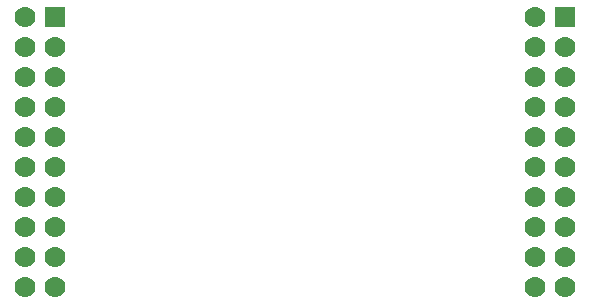
<source format=gbr>
G04 EAGLE Gerber RS-274X export*
G75*
%MOMM*%
%FSLAX34Y34*%
%LPD*%
%INSoldermask Bottom*%
%IPPOS*%
%AMOC8*
5,1,8,0,0,1.08239X$1,22.5*%
G01*
%ADD10R,1.778200X1.778200*%
%ADD11C,1.778200*%


D10*
X46990Y251460D03*
D11*
X21590Y251460D03*
X46990Y226060D03*
X21590Y226060D03*
X46990Y200660D03*
X21590Y200660D03*
X46990Y175260D03*
X21590Y175260D03*
X46990Y149860D03*
X21590Y149860D03*
X46990Y124460D03*
X21590Y124460D03*
X46990Y99060D03*
X21590Y99060D03*
X46990Y73660D03*
X21590Y73660D03*
X46990Y48260D03*
X21590Y48260D03*
X46990Y22860D03*
X21590Y22860D03*
D10*
X478790Y251460D03*
D11*
X453390Y251460D03*
X478790Y226060D03*
X453390Y226060D03*
X478790Y200660D03*
X453390Y200660D03*
X478790Y175260D03*
X453390Y175260D03*
X478790Y149860D03*
X453390Y149860D03*
X478790Y124460D03*
X453390Y124460D03*
X478790Y99060D03*
X453390Y99060D03*
X478790Y73660D03*
X453390Y73660D03*
X478790Y48260D03*
X453390Y48260D03*
X478790Y22860D03*
X453390Y22860D03*
M02*

</source>
